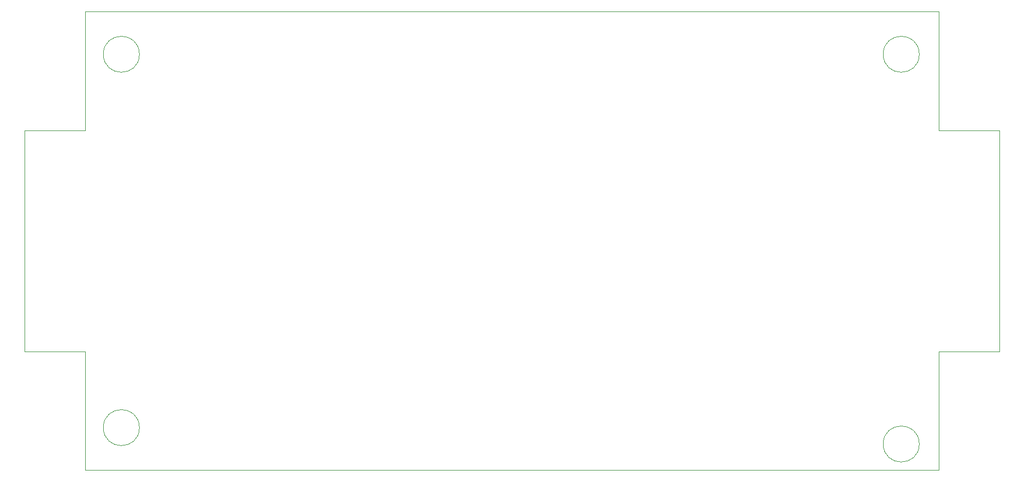
<source format=gbr>
%TF.GenerationSoftware,KiCad,Pcbnew,(5.1.9)-1*%
%TF.CreationDate,2021-10-06T19:54:41-07:00*%
%TF.ProjectId,MakeItRain,4d616b65-4974-4526-9169-6e2e6b696361,rev?*%
%TF.SameCoordinates,Original*%
%TF.FileFunction,Profile,NP*%
%FSLAX46Y46*%
G04 Gerber Fmt 4.6, Leading zero omitted, Abs format (unit mm)*
G04 Created by KiCad (PCBNEW (5.1.9)-1) date 2021-10-06 19:54:41*
%MOMM*%
%LPD*%
G01*
G04 APERTURE LIST*
%TA.AperFunction,Profile*%
%ADD10C,0.100000*%
%TD*%
G04 APERTURE END LIST*
D10*
X59182000Y-62484000D02*
G75*
G03*
X59182000Y-62484000I-2794000J0D01*
G01*
X180086000Y-62484000D02*
G75*
G03*
X180086000Y-62484000I-2794000J0D01*
G01*
X180086000Y-122936000D02*
G75*
G03*
X180086000Y-122936000I-2794000J0D01*
G01*
X59182000Y-120396000D02*
G75*
G03*
X59182000Y-120396000I-2794000J0D01*
G01*
X50800000Y-74295000D02*
X50800000Y-55880000D01*
X41402000Y-108585000D02*
X41402000Y-74295000D01*
X41402000Y-74295000D02*
X50800000Y-74295000D01*
X41402000Y-108585000D02*
X50800000Y-108585000D01*
X50800000Y-127000000D02*
X50800000Y-108585000D01*
X50800000Y-55880000D02*
X183134000Y-55880000D01*
X183134000Y-74295000D02*
X183134000Y-55880000D01*
X183134000Y-74295000D02*
X192532000Y-74295000D01*
X192532000Y-108585000D02*
X192532000Y-74295000D01*
X183134000Y-108585000D02*
X192532000Y-108585000D01*
X183134000Y-127000000D02*
X183134000Y-108585000D01*
X50800000Y-127000000D02*
X183134000Y-127000000D01*
M02*

</source>
